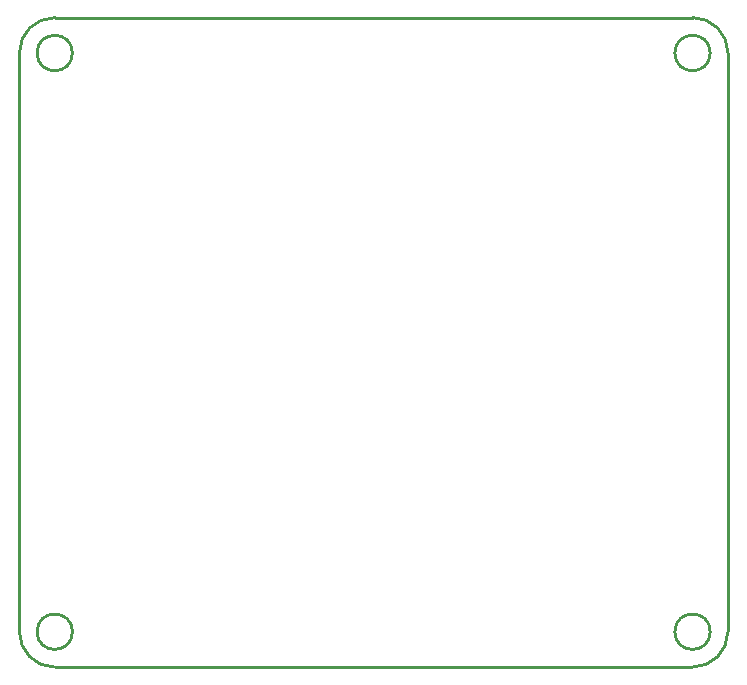
<source format=gbr>
%TF.GenerationSoftware,Altium Limited,Altium Designer,24.3.1 (35)*%
G04 Layer_Color=16711935*
%FSLAX43Y43*%
%MOMM*%
%TF.SameCoordinates,9DAA59CA-406A-4E62-98C5-13318CB5E6F2*%
%TF.FilePolarity,Positive*%
%TF.FileFunction,Keep-out,Top*%
%TF.Part,Single*%
G01*
G75*
%TA.AperFunction,NonConductor*%
%ADD42C,0.254*%
D42*
X58500Y3000D02*
G03*
X58500Y3000I-1500J0D01*
G01*
X4500Y52000D02*
G03*
X4500Y52000I-1500J0D01*
G01*
X58500D02*
G03*
X58500Y52000I-1500J0D01*
G01*
X3000Y55000D02*
G03*
X0Y52000I0J-3000D01*
G01*
Y3000D02*
G03*
X3000Y0I3000J0D01*
G01*
X57000D02*
G03*
X60000Y3000I0J3000D01*
G01*
Y52000D02*
G03*
X57000Y55000I-3000J0D01*
G01*
X4500Y3000D02*
G03*
X4500Y3000I-1500J0D01*
G01*
X2997Y55000D02*
X57000Y55000D01*
X3023Y-0D02*
X56972Y0D01*
X60000Y52019D02*
X60000Y3073D01*
X-0Y2972D02*
X0Y52019D01*
%TF.MD5,5455fe8c1f64635909f64e10000e6492*%
M02*

</source>
